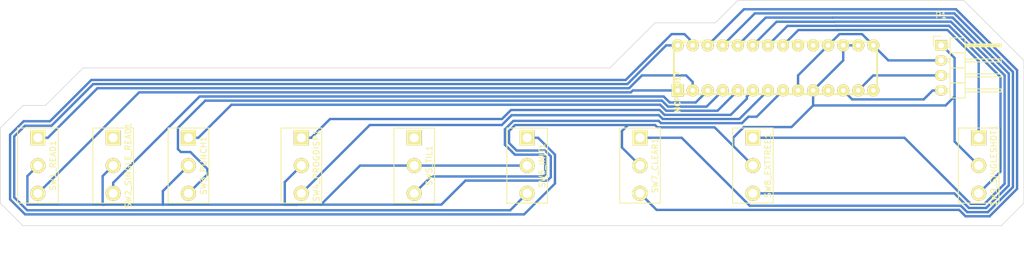
<source format=kicad_pcb>
(kicad_pcb (version 4) (host pcbnew 4.0.2-stable)

  (general
    (links 33)
    (no_connects 0)
    (area 50.749999 35.509999 223.570001 83.980001)
    (thickness 1.6)
    (drawings 16)
    (tracks 224)
    (zones 0)
    (modules 11)
    (nets 21)
  )

  (page A4)
  (layers
    (0 F.Cu signal)
    (31 B.Cu signal)
    (32 B.Adhes user)
    (33 F.Adhes user)
    (34 B.Paste user)
    (35 F.Paste user)
    (36 B.SilkS user)
    (37 F.SilkS user)
    (38 B.Mask user)
    (39 F.Mask user)
    (40 Dwgs.User user)
    (41 Cmts.User user)
    (42 Eco1.User user)
    (43 Eco2.User user)
    (44 Edge.Cuts user)
    (45 Margin user)
    (46 B.CrtYd user)
    (47 F.CrtYd user)
    (48 B.Fab user)
    (49 F.Fab user)
  )

  (setup
    (last_trace_width 0.4)
    (trace_clearance 0.3)
    (zone_clearance 0.508)
    (zone_45_only no)
    (trace_min 0.2)
    (segment_width 0.2)
    (edge_width 0.1)
    (via_size 1.6)
    (via_drill 1)
    (via_min_size 0.4)
    (via_min_drill 0.3)
    (uvia_size 0.3)
    (uvia_drill 0.1)
    (uvias_allowed no)
    (uvia_min_size 0.2)
    (uvia_min_drill 0.1)
    (pcb_text_width 0.3)
    (pcb_text_size 1.5 1.5)
    (mod_edge_width 0.15)
    (mod_text_size 1 1)
    (mod_text_width 0.15)
    (pad_size 1.5 1.5)
    (pad_drill 0.6)
    (pad_to_mask_clearance 0)
    (aux_axis_origin 0 0)
    (visible_elements FFFFFF7F)
    (pcbplotparams
      (layerselection 0x01000_80000001)
      (usegerberextensions false)
      (excludeedgelayer true)
      (linewidth 0.100000)
      (plotframeref false)
      (viasonmask false)
      (mode 1)
      (useauxorigin false)
      (hpglpennumber 1)
      (hpglpenspeed 20)
      (hpglpendiameter 15)
      (hpglpenoverlay 2)
      (psnegative false)
      (psa4output false)
      (plotreference true)
      (plotvalue true)
      (plotinvisibletext false)
      (padsonsilk false)
      (subtractmaskfromsilk false)
      (outputformat 1)
      (mirror false)
      (drillshape 0)
      (scaleselection 1)
      (outputdirectory ../plans/v1_board_assembly/))
  )

  (net 0 "")
  (net 1 GND)
  (net 2 VDD)
  (net 3 /SDA)
  (net 4 /SCK)
  (net 5 /READ_A)
  (net 6 /READ_B)
  (net 7 /SREAD_DOWN)
  (net 8 /PUNCH_A)
  (net 9 /PUNCH_B)
  (net 10 /PROGDISP_A)
  (net 11 /PROGDISP_B)
  (net 12 /TIL_DOWN)
  (net 13 /INIT_A)
  (net 14 /INIT_B)
  (net 15 /CLEAR_B)
  (net 16 /CLEAR_A)
  (net 17 /EXTREE_A)
  (net 18 /EXTREE_B)
  (net 19 /SINGLE_A)
  (net 20 /SINGLE_B)

  (net_class Default "This is the default net class."
    (clearance 0.3)
    (trace_width 0.4)
    (via_dia 1.6)
    (via_drill 1)
    (uvia_dia 0.3)
    (uvia_drill 0.1)
    (add_net /CLEAR_A)
    (add_net /CLEAR_B)
    (add_net /EXTREE_A)
    (add_net /EXTREE_B)
    (add_net /INIT_A)
    (add_net /INIT_B)
    (add_net /PROGDISP_A)
    (add_net /PROGDISP_B)
    (add_net /PUNCH_A)
    (add_net /PUNCH_B)
    (add_net /READ_A)
    (add_net /READ_B)
    (add_net /SCK)
    (add_net /SDA)
    (add_net /SINGLE_A)
    (add_net /SINGLE_B)
    (add_net /SREAD_DOWN)
    (add_net /TIL_DOWN)
    (add_net GND)
    (add_net VDD)
  )

  (module Pin_Headers:Pin_Header_Angled_1x04 (layer F.Cu) (tedit 0) (tstamp 57AB3D66)
    (at 209.55 43.18)
    (descr "Through hole pin header")
    (tags "pin header")
    (path /57ABB291)
    (fp_text reference P1 (at 0 -5.1) (layer F.SilkS)
      (effects (font (size 1 1) (thickness 0.15)))
    )
    (fp_text value CONN_01X04 (at 0 -3.1) (layer F.Fab)
      (effects (font (size 1 1) (thickness 0.15)))
    )
    (fp_line (start -1.5 -1.75) (end -1.5 9.4) (layer F.CrtYd) (width 0.05))
    (fp_line (start 10.65 -1.75) (end 10.65 9.4) (layer F.CrtYd) (width 0.05))
    (fp_line (start -1.5 -1.75) (end 10.65 -1.75) (layer F.CrtYd) (width 0.05))
    (fp_line (start -1.5 9.4) (end 10.65 9.4) (layer F.CrtYd) (width 0.05))
    (fp_line (start -1.3 -1.55) (end -1.3 0) (layer F.SilkS) (width 0.15))
    (fp_line (start 0 -1.55) (end -1.3 -1.55) (layer F.SilkS) (width 0.15))
    (fp_line (start 4.191 -0.127) (end 10.033 -0.127) (layer F.SilkS) (width 0.15))
    (fp_line (start 10.033 -0.127) (end 10.033 0.127) (layer F.SilkS) (width 0.15))
    (fp_line (start 10.033 0.127) (end 4.191 0.127) (layer F.SilkS) (width 0.15))
    (fp_line (start 4.191 0.127) (end 4.191 0) (layer F.SilkS) (width 0.15))
    (fp_line (start 4.191 0) (end 10.033 0) (layer F.SilkS) (width 0.15))
    (fp_line (start 1.524 -0.254) (end 1.143 -0.254) (layer F.SilkS) (width 0.15))
    (fp_line (start 1.524 0.254) (end 1.143 0.254) (layer F.SilkS) (width 0.15))
    (fp_line (start 1.524 2.286) (end 1.143 2.286) (layer F.SilkS) (width 0.15))
    (fp_line (start 1.524 2.794) (end 1.143 2.794) (layer F.SilkS) (width 0.15))
    (fp_line (start 1.524 4.826) (end 1.143 4.826) (layer F.SilkS) (width 0.15))
    (fp_line (start 1.524 5.334) (end 1.143 5.334) (layer F.SilkS) (width 0.15))
    (fp_line (start 1.524 7.874) (end 1.143 7.874) (layer F.SilkS) (width 0.15))
    (fp_line (start 1.524 7.366) (end 1.143 7.366) (layer F.SilkS) (width 0.15))
    (fp_line (start 1.524 -1.27) (end 4.064 -1.27) (layer F.SilkS) (width 0.15))
    (fp_line (start 1.524 1.27) (end 4.064 1.27) (layer F.SilkS) (width 0.15))
    (fp_line (start 1.524 1.27) (end 1.524 3.81) (layer F.SilkS) (width 0.15))
    (fp_line (start 1.524 3.81) (end 4.064 3.81) (layer F.SilkS) (width 0.15))
    (fp_line (start 4.064 2.286) (end 10.16 2.286) (layer F.SilkS) (width 0.15))
    (fp_line (start 10.16 2.286) (end 10.16 2.794) (layer F.SilkS) (width 0.15))
    (fp_line (start 10.16 2.794) (end 4.064 2.794) (layer F.SilkS) (width 0.15))
    (fp_line (start 4.064 3.81) (end 4.064 1.27) (layer F.SilkS) (width 0.15))
    (fp_line (start 4.064 1.27) (end 4.064 -1.27) (layer F.SilkS) (width 0.15))
    (fp_line (start 10.16 0.254) (end 4.064 0.254) (layer F.SilkS) (width 0.15))
    (fp_line (start 10.16 -0.254) (end 10.16 0.254) (layer F.SilkS) (width 0.15))
    (fp_line (start 4.064 -0.254) (end 10.16 -0.254) (layer F.SilkS) (width 0.15))
    (fp_line (start 1.524 1.27) (end 4.064 1.27) (layer F.SilkS) (width 0.15))
    (fp_line (start 1.524 -1.27) (end 1.524 1.27) (layer F.SilkS) (width 0.15))
    (fp_line (start 1.524 6.35) (end 4.064 6.35) (layer F.SilkS) (width 0.15))
    (fp_line (start 1.524 6.35) (end 1.524 8.89) (layer F.SilkS) (width 0.15))
    (fp_line (start 1.524 8.89) (end 4.064 8.89) (layer F.SilkS) (width 0.15))
    (fp_line (start 4.064 7.366) (end 10.16 7.366) (layer F.SilkS) (width 0.15))
    (fp_line (start 10.16 7.366) (end 10.16 7.874) (layer F.SilkS) (width 0.15))
    (fp_line (start 10.16 7.874) (end 4.064 7.874) (layer F.SilkS) (width 0.15))
    (fp_line (start 4.064 8.89) (end 4.064 6.35) (layer F.SilkS) (width 0.15))
    (fp_line (start 4.064 6.35) (end 4.064 3.81) (layer F.SilkS) (width 0.15))
    (fp_line (start 10.16 5.334) (end 4.064 5.334) (layer F.SilkS) (width 0.15))
    (fp_line (start 10.16 4.826) (end 10.16 5.334) (layer F.SilkS) (width 0.15))
    (fp_line (start 4.064 4.826) (end 10.16 4.826) (layer F.SilkS) (width 0.15))
    (fp_line (start 1.524 6.35) (end 4.064 6.35) (layer F.SilkS) (width 0.15))
    (fp_line (start 1.524 3.81) (end 1.524 6.35) (layer F.SilkS) (width 0.15))
    (fp_line (start 1.524 3.81) (end 4.064 3.81) (layer F.SilkS) (width 0.15))
    (pad 1 thru_hole rect (at 0 0) (size 2.032 1.7272) (drill 1.016) (layers *.Cu *.Mask F.SilkS)
      (net 1 GND))
    (pad 2 thru_hole oval (at 0 2.54) (size 2.032 1.7272) (drill 1.016) (layers *.Cu *.Mask F.SilkS)
      (net 2 VDD))
    (pad 3 thru_hole oval (at 0 5.08) (size 2.032 1.7272) (drill 1.016) (layers *.Cu *.Mask F.SilkS)
      (net 3 /SDA))
    (pad 4 thru_hole oval (at 0 7.62) (size 2.032 1.7272) (drill 1.016) (layers *.Cu *.Mask F.SilkS)
      (net 4 /SCK))
    (model Pin_Headers.3dshapes/Pin_Header_Angled_1x04.wrl
      (at (xyz 0 -0.15 0))
      (scale (xyz 1 1 1))
      (rotate (xyz 0 0 90))
    )
  )

  (module myparts:SW_SPDT-custom (layer F.Cu) (tedit 57A880BF) (tstamp 57AB3D76)
    (at 57.15 63.5 270)
    (tags "Switch SPDT")
    (path /57ABB2AE)
    (fp_text reference SW1_READ1 (at 0 -2.54 270) (layer F.SilkS)
      (effects (font (size 1 1) (thickness 0.15)))
    )
    (fp_text value SWITCH_INV (at 0.025 2.45 270) (layer F.Fab)
      (effects (font (size 1 1) (thickness 0.15)))
    )
    (fp_line (start 7 1.5) (end 5 1.5) (layer B.Fab) (width 0.15))
    (fp_line (start 7 -1.5) (end 7 1.5) (layer B.Fab) (width 0.15))
    (fp_line (start 5 -1.5) (end 7 -1.5) (layer B.Fab) (width 0.15))
    (fp_line (start 5 1.5) (end 5 -1.5) (layer B.Fab) (width 0.15))
    (fp_circle (center 0 0) (end 3.175 0) (layer B.Fab) (width 0.15))
    (fp_line (start -6.35 3.429) (end -6.35 -3.429) (layer F.SilkS) (width 0.15))
    (fp_line (start -6.35 -3.429) (end 6.35 -3.429) (layer F.SilkS) (width 0.15))
    (fp_line (start 6.35 -3.429) (end 6.35 3.429) (layer F.SilkS) (width 0.15))
    (fp_line (start 6.35 3.429) (end -6.35 3.429) (layer F.SilkS) (width 0.15))
    (pad 1 thru_hole rect (at -4.699 0 270) (size 2.54 2.54) (drill 1.524) (layers *.Cu *.Mask F.SilkS)
      (net 5 /READ_A))
    (pad 2 thru_hole circle (at 0 0 270) (size 2.54 2.54) (drill 1.524) (layers *.Cu *.Mask F.SilkS)
      (net 1 GND))
    (pad 3 thru_hole circle (at 4.699 0 270) (size 2.54 2.54) (drill 1.524) (layers *.Cu *.Mask F.SilkS)
      (net 6 /READ_B))
  )

  (module myparts:SW_SPDT-custom (layer F.Cu) (tedit 57A880BF) (tstamp 57AB3D86)
    (at 69.85 63.5 270)
    (tags "Switch SPDT")
    (path /57ABB2B5)
    (fp_text reference SW2_SINGLE_READ1 (at 0 -2.54 270) (layer F.SilkS)
      (effects (font (size 1 1) (thickness 0.15)))
    )
    (fp_text value SWITCH_INV (at 0.025 2.45 270) (layer F.Fab)
      (effects (font (size 1 1) (thickness 0.15)))
    )
    (fp_line (start 7 1.5) (end 5 1.5) (layer B.Fab) (width 0.15))
    (fp_line (start 7 -1.5) (end 7 1.5) (layer B.Fab) (width 0.15))
    (fp_line (start 5 -1.5) (end 7 -1.5) (layer B.Fab) (width 0.15))
    (fp_line (start 5 1.5) (end 5 -1.5) (layer B.Fab) (width 0.15))
    (fp_circle (center 0 0) (end 3.175 0) (layer B.Fab) (width 0.15))
    (fp_line (start -6.35 3.429) (end -6.35 -3.429) (layer F.SilkS) (width 0.15))
    (fp_line (start -6.35 -3.429) (end 6.35 -3.429) (layer F.SilkS) (width 0.15))
    (fp_line (start 6.35 -3.429) (end 6.35 3.429) (layer F.SilkS) (width 0.15))
    (fp_line (start 6.35 3.429) (end -6.35 3.429) (layer F.SilkS) (width 0.15))
    (pad 1 thru_hole rect (at -4.699 0 270) (size 2.54 2.54) (drill 1.524) (layers *.Cu *.Mask F.SilkS))
    (pad 2 thru_hole circle (at 0 0 270) (size 2.54 2.54) (drill 1.524) (layers *.Cu *.Mask F.SilkS)
      (net 1 GND))
    (pad 3 thru_hole circle (at 4.699 0 270) (size 2.54 2.54) (drill 1.524) (layers *.Cu *.Mask F.SilkS)
      (net 7 /SREAD_DOWN))
  )

  (module myparts:SW_SPDT-custom (layer F.Cu) (tedit 57A880BF) (tstamp 57AB3D96)
    (at 82.55 63.5 270)
    (tags "Switch SPDT")
    (path /57ABB2BC)
    (fp_text reference SW3_PUNCH1 (at 0 -2.54 270) (layer F.SilkS)
      (effects (font (size 1 1) (thickness 0.15)))
    )
    (fp_text value SWITCH_INV (at 0.025 2.45 270) (layer F.Fab)
      (effects (font (size 1 1) (thickness 0.15)))
    )
    (fp_line (start 7 1.5) (end 5 1.5) (layer B.Fab) (width 0.15))
    (fp_line (start 7 -1.5) (end 7 1.5) (layer B.Fab) (width 0.15))
    (fp_line (start 5 -1.5) (end 7 -1.5) (layer B.Fab) (width 0.15))
    (fp_line (start 5 1.5) (end 5 -1.5) (layer B.Fab) (width 0.15))
    (fp_circle (center 0 0) (end 3.175 0) (layer B.Fab) (width 0.15))
    (fp_line (start -6.35 3.429) (end -6.35 -3.429) (layer F.SilkS) (width 0.15))
    (fp_line (start -6.35 -3.429) (end 6.35 -3.429) (layer F.SilkS) (width 0.15))
    (fp_line (start 6.35 -3.429) (end 6.35 3.429) (layer F.SilkS) (width 0.15))
    (fp_line (start 6.35 3.429) (end -6.35 3.429) (layer F.SilkS) (width 0.15))
    (pad 1 thru_hole rect (at -4.699 0 270) (size 2.54 2.54) (drill 1.524) (layers *.Cu *.Mask F.SilkS)
      (net 8 /PUNCH_A))
    (pad 2 thru_hole circle (at 0 0 270) (size 2.54 2.54) (drill 1.524) (layers *.Cu *.Mask F.SilkS)
      (net 1 GND))
    (pad 3 thru_hole circle (at 4.699 0 270) (size 2.54 2.54) (drill 1.524) (layers *.Cu *.Mask F.SilkS)
      (net 9 /PUNCH_B))
  )

  (module myparts:SW_SPDT-custom (layer F.Cu) (tedit 57A880BF) (tstamp 57AB3DA6)
    (at 101.6 63.5 270)
    (tags "Switch SPDT")
    (path /57ABB255)
    (fp_text reference SW4_PROGDISP1 (at 0 -2.54 270) (layer F.SilkS)
      (effects (font (size 1 1) (thickness 0.15)))
    )
    (fp_text value SWITCH_INV (at 0.025 2.45 270) (layer F.Fab)
      (effects (font (size 1 1) (thickness 0.15)))
    )
    (fp_line (start 7 1.5) (end 5 1.5) (layer B.Fab) (width 0.15))
    (fp_line (start 7 -1.5) (end 7 1.5) (layer B.Fab) (width 0.15))
    (fp_line (start 5 -1.5) (end 7 -1.5) (layer B.Fab) (width 0.15))
    (fp_line (start 5 1.5) (end 5 -1.5) (layer B.Fab) (width 0.15))
    (fp_circle (center 0 0) (end 3.175 0) (layer B.Fab) (width 0.15))
    (fp_line (start -6.35 3.429) (end -6.35 -3.429) (layer F.SilkS) (width 0.15))
    (fp_line (start -6.35 -3.429) (end 6.35 -3.429) (layer F.SilkS) (width 0.15))
    (fp_line (start 6.35 -3.429) (end 6.35 3.429) (layer F.SilkS) (width 0.15))
    (fp_line (start 6.35 3.429) (end -6.35 3.429) (layer F.SilkS) (width 0.15))
    (pad 1 thru_hole rect (at -4.699 0 270) (size 2.54 2.54) (drill 1.524) (layers *.Cu *.Mask F.SilkS)
      (net 11 /PROGDISP_B))
    (pad 2 thru_hole circle (at 0 0 270) (size 2.54 2.54) (drill 1.524) (layers *.Cu *.Mask F.SilkS)
      (net 1 GND))
    (pad 3 thru_hole circle (at 4.699 0 270) (size 2.54 2.54) (drill 1.524) (layers *.Cu *.Mask F.SilkS)
      (net 10 /PROGDISP_A))
  )

  (module myparts:SW_SPDT-custom (layer F.Cu) (tedit 57A880BF) (tstamp 57AB3DB6)
    (at 120.65 63.5 270)
    (tags "Switch SPDT")
    (path /57ABB25C)
    (fp_text reference SW5_TIL1 (at 0 -2.54 270) (layer F.SilkS)
      (effects (font (size 1 1) (thickness 0.15)))
    )
    (fp_text value SWITCH_INV (at 0.025 2.45 270) (layer F.Fab)
      (effects (font (size 1 1) (thickness 0.15)))
    )
    (fp_line (start 7 1.5) (end 5 1.5) (layer B.Fab) (width 0.15))
    (fp_line (start 7 -1.5) (end 7 1.5) (layer B.Fab) (width 0.15))
    (fp_line (start 5 -1.5) (end 7 -1.5) (layer B.Fab) (width 0.15))
    (fp_line (start 5 1.5) (end 5 -1.5) (layer B.Fab) (width 0.15))
    (fp_circle (center 0 0) (end 3.175 0) (layer B.Fab) (width 0.15))
    (fp_line (start -6.35 3.429) (end -6.35 -3.429) (layer F.SilkS) (width 0.15))
    (fp_line (start -6.35 -3.429) (end 6.35 -3.429) (layer F.SilkS) (width 0.15))
    (fp_line (start 6.35 -3.429) (end 6.35 3.429) (layer F.SilkS) (width 0.15))
    (fp_line (start 6.35 3.429) (end -6.35 3.429) (layer F.SilkS) (width 0.15))
    (pad 1 thru_hole rect (at -4.699 0 270) (size 2.54 2.54) (drill 1.524) (layers *.Cu *.Mask F.SilkS))
    (pad 2 thru_hole circle (at 0 0 270) (size 2.54 2.54) (drill 1.524) (layers *.Cu *.Mask F.SilkS)
      (net 1 GND))
    (pad 3 thru_hole circle (at 4.699 0 270) (size 2.54 2.54) (drill 1.524) (layers *.Cu *.Mask F.SilkS)
      (net 12 /TIL_DOWN))
  )

  (module myparts:SW_SPDT-custom (layer F.Cu) (tedit 57A880BF) (tstamp 57AB3DC6)
    (at 139.7 63.5 270)
    (tags "Switch SPDT")
    (path /57ABB263)
    (fp_text reference SW6_INIT1 (at 0 -2.54 450) (layer F.SilkS)
      (effects (font (size 1 1) (thickness 0.15)))
    )
    (fp_text value SWITCH_INV (at 0.025 2.45 270) (layer F.Fab)
      (effects (font (size 1 1) (thickness 0.15)))
    )
    (fp_line (start 7 1.5) (end 5 1.5) (layer B.Fab) (width 0.15))
    (fp_line (start 7 -1.5) (end 7 1.5) (layer B.Fab) (width 0.15))
    (fp_line (start 5 -1.5) (end 7 -1.5) (layer B.Fab) (width 0.15))
    (fp_line (start 5 1.5) (end 5 -1.5) (layer B.Fab) (width 0.15))
    (fp_circle (center 0 0) (end 3.175 0) (layer B.Fab) (width 0.15))
    (fp_line (start -6.35 3.429) (end -6.35 -3.429) (layer F.SilkS) (width 0.15))
    (fp_line (start -6.35 -3.429) (end 6.35 -3.429) (layer F.SilkS) (width 0.15))
    (fp_line (start 6.35 -3.429) (end 6.35 3.429) (layer F.SilkS) (width 0.15))
    (fp_line (start 6.35 3.429) (end -6.35 3.429) (layer F.SilkS) (width 0.15))
    (pad 1 thru_hole rect (at -4.699 0 270) (size 2.54 2.54) (drill 1.524) (layers *.Cu *.Mask F.SilkS)
      (net 13 /INIT_A))
    (pad 2 thru_hole circle (at 0 0 270) (size 2.54 2.54) (drill 1.524) (layers *.Cu *.Mask F.SilkS)
      (net 1 GND))
    (pad 3 thru_hole circle (at 4.699 0 270) (size 2.54 2.54) (drill 1.524) (layers *.Cu *.Mask F.SilkS)
      (net 14 /INIT_B))
  )

  (module myparts:SW_SPDT-custom (layer F.Cu) (tedit 57A880BF) (tstamp 57AB3DD6)
    (at 158.75 63.5 270)
    (tags "Switch SPDT")
    (path /57ABB323)
    (fp_text reference SW7_CLEAR1 (at 0 -2.54 270) (layer F.SilkS)
      (effects (font (size 1 1) (thickness 0.15)))
    )
    (fp_text value SWITCH_INV (at 0.025 2.45 270) (layer F.Fab)
      (effects (font (size 1 1) (thickness 0.15)))
    )
    (fp_line (start 7 1.5) (end 5 1.5) (layer B.Fab) (width 0.15))
    (fp_line (start 7 -1.5) (end 7 1.5) (layer B.Fab) (width 0.15))
    (fp_line (start 5 -1.5) (end 7 -1.5) (layer B.Fab) (width 0.15))
    (fp_line (start 5 1.5) (end 5 -1.5) (layer B.Fab) (width 0.15))
    (fp_circle (center 0 0) (end 3.175 0) (layer B.Fab) (width 0.15))
    (fp_line (start -6.35 3.429) (end -6.35 -3.429) (layer F.SilkS) (width 0.15))
    (fp_line (start -6.35 -3.429) (end 6.35 -3.429) (layer F.SilkS) (width 0.15))
    (fp_line (start 6.35 -3.429) (end 6.35 3.429) (layer F.SilkS) (width 0.15))
    (fp_line (start 6.35 3.429) (end -6.35 3.429) (layer F.SilkS) (width 0.15))
    (pad 1 thru_hole rect (at -4.699 0 270) (size 2.54 2.54) (drill 1.524) (layers *.Cu *.Mask F.SilkS)
      (net 15 /CLEAR_B))
    (pad 2 thru_hole circle (at 0 0 270) (size 2.54 2.54) (drill 1.524) (layers *.Cu *.Mask F.SilkS)
      (net 1 GND))
    (pad 3 thru_hole circle (at 4.699 0 270) (size 2.54 2.54) (drill 1.524) (layers *.Cu *.Mask F.SilkS)
      (net 16 /CLEAR_A))
  )

  (module myparts:SW_SPDT-custom (layer F.Cu) (tedit 57A880BF) (tstamp 57AB3DE6)
    (at 177.8 63.5 270)
    (tags "Switch SPDT")
    (path /57ABB353)
    (fp_text reference SW8_EXTTREE1 (at 0 -2.54 270) (layer F.SilkS)
      (effects (font (size 1 1) (thickness 0.15)))
    )
    (fp_text value SWITCH_INV (at 0.025 2.45 270) (layer F.Fab)
      (effects (font (size 1 1) (thickness 0.15)))
    )
    (fp_line (start 7 1.5) (end 5 1.5) (layer B.Fab) (width 0.15))
    (fp_line (start 7 -1.5) (end 7 1.5) (layer B.Fab) (width 0.15))
    (fp_line (start 5 -1.5) (end 7 -1.5) (layer B.Fab) (width 0.15))
    (fp_line (start 5 1.5) (end 5 -1.5) (layer B.Fab) (width 0.15))
    (fp_circle (center 0 0) (end 3.175 0) (layer B.Fab) (width 0.15))
    (fp_line (start -6.35 3.429) (end -6.35 -3.429) (layer F.SilkS) (width 0.15))
    (fp_line (start -6.35 -3.429) (end 6.35 -3.429) (layer F.SilkS) (width 0.15))
    (fp_line (start 6.35 -3.429) (end 6.35 3.429) (layer F.SilkS) (width 0.15))
    (fp_line (start 6.35 3.429) (end -6.35 3.429) (layer F.SilkS) (width 0.15))
    (pad 1 thru_hole rect (at -4.699 0 270) (size 2.54 2.54) (drill 1.524) (layers *.Cu *.Mask F.SilkS)
      (net 17 /EXTREE_A))
    (pad 2 thru_hole circle (at 0 0 270) (size 2.54 2.54) (drill 1.524) (layers *.Cu *.Mask F.SilkS)
      (net 1 GND))
    (pad 3 thru_hole circle (at 4.699 0 270) (size 2.54 2.54) (drill 1.524) (layers *.Cu *.Mask F.SilkS)
      (net 18 /EXTREE_B))
  )

  (module myparts:SW_SPDT-custom (layer F.Cu) (tedit 57A880BF) (tstamp 57AB3DF6)
    (at 215.9 63.5 270)
    (tags "Switch SPDT")
    (path /57ABB386)
    (fp_text reference SW9_SINGLESHOT1 (at 0 -2.54 270) (layer F.SilkS)
      (effects (font (size 1 1) (thickness 0.15)))
    )
    (fp_text value SWITCH_INV (at 0.025 2.45 270) (layer F.Fab)
      (effects (font (size 1 1) (thickness 0.15)))
    )
    (fp_line (start 7 1.5) (end 5 1.5) (layer B.Fab) (width 0.15))
    (fp_line (start 7 -1.5) (end 7 1.5) (layer B.Fab) (width 0.15))
    (fp_line (start 5 -1.5) (end 7 -1.5) (layer B.Fab) (width 0.15))
    (fp_line (start 5 1.5) (end 5 -1.5) (layer B.Fab) (width 0.15))
    (fp_circle (center 0 0) (end 3.175 0) (layer B.Fab) (width 0.15))
    (fp_line (start -6.35 3.429) (end -6.35 -3.429) (layer F.SilkS) (width 0.15))
    (fp_line (start -6.35 -3.429) (end 6.35 -3.429) (layer F.SilkS) (width 0.15))
    (fp_line (start 6.35 -3.429) (end 6.35 3.429) (layer F.SilkS) (width 0.15))
    (fp_line (start 6.35 3.429) (end -6.35 3.429) (layer F.SilkS) (width 0.15))
    (pad 1 thru_hole rect (at -4.699 0 270) (size 2.54 2.54) (drill 1.524) (layers *.Cu *.Mask F.SilkS)
      (net 19 /SINGLE_A))
    (pad 2 thru_hole circle (at 0 0 270) (size 2.54 2.54) (drill 1.524) (layers *.Cu *.Mask F.SilkS)
      (net 1 GND))
    (pad 3 thru_hole circle (at 4.699 0 270) (size 2.54 2.54) (drill 1.524) (layers *.Cu *.Mask F.SilkS)
      (net 20 /SINGLE_B))
  )

  (module DIL28:DIL28 (layer F.Cu) (tedit 200000) (tstamp 57AB3E1A)
    (at 165.1 50.8)
    (descr "e.g. MCP23017")
    (path /57ABB2CD)
    (fp_text reference U1 (at 0 -0.254 270) (layer F.SilkS)
      (effects (font (size 0.889 0.889) (thickness 0.3048)))
    )
    (fp_text value MCP23017 (at 0 0.254 270) (layer F.SilkS)
      (effects (font (size 0.889 0.889) (thickness 0.3048)))
    )
    (fp_line (start -0.635 0.635) (end 33.655 0.635) (layer F.SilkS) (width 0.3048))
    (fp_line (start 33.655 0.635) (end 33.655 -8.255) (layer F.SilkS) (width 0.3048))
    (fp_line (start 33.655 -8.255) (end -0.635 -8.255) (layer F.SilkS) (width 0.3048))
    (fp_line (start -0.635 -8.255) (end -0.635 0.635) (layer F.SilkS) (width 0.3048))
    (pad 1 thru_hole rect (at 0 0) (size 2.032 2.032) (drill 0.762) (layers *.Cu *.Mask F.SilkS)
      (net 6 /READ_B))
    (pad 2 thru_hole circle (at 2.54 0) (size 2.032 2.032) (drill 0.762) (layers *.Cu *.Mask F.SilkS)
      (net 5 /READ_A))
    (pad 3 thru_hole circle (at 5.08 0) (size 2.032 2.032) (drill 0.762) (layers *.Cu *.Mask F.SilkS)
      (net 7 /SREAD_DOWN))
    (pad 4 thru_hole circle (at 7.62 0) (size 2.032 2.032) (drill 0.762) (layers *.Cu *.Mask F.SilkS)
      (net 9 /PUNCH_B))
    (pad 5 thru_hole circle (at 10.16 0) (size 2.032 2.032) (drill 0.762) (layers *.Cu *.Mask F.SilkS)
      (net 8 /PUNCH_A))
    (pad 6 thru_hole circle (at 12.7 0) (size 2.032 2.032) (drill 0.762) (layers *.Cu *.Mask F.SilkS)
      (net 11 /PROGDISP_B))
    (pad 7 thru_hole circle (at 15.24 0) (size 2.032 2.032) (drill 0.762) (layers *.Cu *.Mask F.SilkS)
      (net 10 /PROGDISP_A))
    (pad 8 thru_hole circle (at 17.78 0) (size 2.032 2.032) (drill 0.762) (layers *.Cu *.Mask F.SilkS)
      (net 12 /TIL_DOWN))
    (pad 9 thru_hole circle (at 20.32 0) (size 2.032 2.032) (drill 0.762) (layers *.Cu *.Mask F.SilkS)
      (net 2 VDD))
    (pad 10 thru_hole circle (at 22.86 0) (size 2.032 2.032) (drill 0.762) (layers *.Cu *.Mask F.SilkS)
      (net 1 GND))
    (pad 11 thru_hole circle (at 25.4 0) (size 2.032 2.032) (drill 0.762) (layers *.Cu *.Mask F.SilkS))
    (pad 12 thru_hole circle (at 27.94 0) (size 2.032 2.032) (drill 0.762) (layers *.Cu *.Mask F.SilkS)
      (net 4 /SCK))
    (pad 13 thru_hole circle (at 30.48 0) (size 2.032 2.032) (drill 0.762) (layers *.Cu *.Mask F.SilkS)
      (net 3 /SDA))
    (pad 14 thru_hole circle (at 33.02 0) (size 2.032 2.032) (drill 0.762) (layers *.Cu *.Mask F.SilkS))
    (pad 15 thru_hole circle (at 33.02 -7.62 180) (size 2.032 2.032) (drill 0.762) (layers *.Cu *.Mask F.SilkS)
      (net 2 VDD))
    (pad 16 thru_hole circle (at 30.48 -7.62 180) (size 2.032 2.032) (drill 0.762) (layers *.Cu *.Mask F.SilkS)
      (net 1 GND))
    (pad 17 thru_hole circle (at 27.94 -7.62 180) (size 2.032 2.032) (drill 0.762) (layers *.Cu *.Mask F.SilkS)
      (net 1 GND))
    (pad 18 thru_hole circle (at 25.4 -7.62 180) (size 2.032 2.032) (drill 0.762) (layers *.Cu *.Mask F.SilkS)
      (net 2 VDD))
    (pad 19 thru_hole circle (at 22.86 -7.62 180) (size 2.032 2.032) (drill 0.762) (layers *.Cu *.Mask F.SilkS))
    (pad 20 thru_hole circle (at 20.32 -7.62 180) (size 2.032 2.032) (drill 0.762) (layers *.Cu *.Mask F.SilkS))
    (pad 21 thru_hole circle (at 17.78 -7.62 180) (size 2.032 2.032) (drill 0.762) (layers *.Cu *.Mask F.SilkS)
      (net 19 /SINGLE_A))
    (pad 22 thru_hole circle (at 15.24 -7.62 180) (size 2.032 2.032) (drill 0.762) (layers *.Cu *.Mask F.SilkS)
      (net 20 /SINGLE_B))
    (pad 23 thru_hole circle (at 12.7 -7.62 180) (size 2.032 2.032) (drill 0.762) (layers *.Cu *.Mask F.SilkS)
      (net 17 /EXTREE_A))
    (pad 24 thru_hole circle (at 10.16 -7.62 180) (size 2.032 2.032) (drill 0.762) (layers *.Cu *.Mask F.SilkS)
      (net 18 /EXTREE_B))
    (pad 25 thru_hole circle (at 7.62 -7.62 180) (size 2.032 2.032) (drill 0.762) (layers *.Cu *.Mask F.SilkS)
      (net 15 /CLEAR_B))
    (pad 26 thru_hole circle (at 5.08 -7.62 180) (size 2.032 2.032) (drill 0.762) (layers *.Cu *.Mask F.SilkS)
      (net 16 /CLEAR_A))
    (pad 27 thru_hole circle (at 2.54 -7.62 180) (size 2.032 2.032) (drill 0.762) (layers *.Cu *.Mask F.SilkS)
      (net 13 /INIT_A))
    (pad 28 thru_hole circle (at 0 -7.62 180) (size 2.032 2.032) (drill 0.762) (layers *.Cu *.Mask F.SilkS)
      (net 14 /INIT_B))
  )

  (gr_line (start 219.71 73.66) (end 223.52 69.85) (layer Edge.Cuts) (width 0.1))
  (gr_line (start 54.61 73.66) (end 219.71 73.66) (layer Edge.Cuts) (width 0.1))
  (gr_line (start 50.8 69.85) (end 54.61 73.66) (layer Edge.Cuts) (width 0.1))
  (gr_line (start 50.8 57.15) (end 50.8 69.85) (layer Edge.Cuts) (width 0.1))
  (gr_line (start 54.61 53.34) (end 50.8 57.15) (layer Edge.Cuts) (width 0.1))
  (gr_line (start 58.42 53.34) (end 54.61 53.34) (layer Edge.Cuts) (width 0.1))
  (gr_line (start 64.77 46.99) (end 58.42 53.34) (layer Edge.Cuts) (width 0.1))
  (gr_line (start 153.67 46.99) (end 64.77 46.99) (layer Edge.Cuts) (width 0.1))
  (gr_line (start 161.29 39.37) (end 153.67 46.99) (layer Edge.Cuts) (width 0.1))
  (gr_line (start 171.45 39.37) (end 161.29 39.37) (layer Edge.Cuts) (width 0.1))
  (gr_line (start 175.26 35.56) (end 171.45 39.37) (layer Edge.Cuts) (width 0.1))
  (gr_line (start 213.36 35.56) (end 175.26 35.56) (layer Edge.Cuts) (width 0.1))
  (gr_line (start 223.52 45.72) (end 213.36 35.56) (layer Edge.Cuts) (width 0.1))
  (gr_line (start 223.52 69.85) (end 223.52 45.72) (layer Edge.Cuts) (width 0.1))
  (dimension 158.75 (width 0.3) (layer Cmts.User)
    (gr_text "158.750 mm" (at 136.525 82.63) (layer Cmts.User)
      (effects (font (size 1.5 1.5) (thickness 0.3)))
    )
    (feature1 (pts (xy 57.15 76.2) (xy 57.15 83.98)))
    (feature2 (pts (xy 215.9 76.2) (xy 215.9 83.98)))
    (crossbar (pts (xy 215.9 81.28) (xy 57.15 81.28)))
    (arrow1a (pts (xy 57.15 81.28) (xy 58.276504 80.693579)))
    (arrow1b (pts (xy 57.15 81.28) (xy 58.276504 81.866421)))
    (arrow2a (pts (xy 215.9 81.28) (xy 214.773496 80.693579)))
    (arrow2b (pts (xy 215.9 81.28) (xy 214.773496 81.866421)))
  )
  (dimension 38.1 (width 0.3) (layer Cmts.User)
    (gr_text "38.100 mm" (at 196.85 77.55) (layer Cmts.User)
      (effects (font (size 1.5 1.5) (thickness 0.3)))
    )
    (feature1 (pts (xy 177.8 71.12) (xy 177.8 78.9)))
    (feature2 (pts (xy 215.9 71.12) (xy 215.9 78.9)))
    (crossbar (pts (xy 215.9 76.2) (xy 177.8 76.2)))
    (arrow1a (pts (xy 177.8 76.2) (xy 178.926504 75.613579)))
    (arrow1b (pts (xy 177.8 76.2) (xy 178.926504 76.786421)))
    (arrow2a (pts (xy 215.9 76.2) (xy 214.773496 75.613579)))
    (arrow2b (pts (xy 215.9 76.2) (xy 214.773496 76.786421)))
  )

  (segment (start 176.276 56.996965) (end 174.486998 58.785967) (width 0.4) (layer B.Cu) (net 1))
  (segment (start 176.276 56.996965) (end 184.303035 56.996965) (width 0.4) (layer B.Cu) (net 1))
  (segment (start 184.303035 56.996965) (end 187.96 53.34) (width 0.4) (layer B.Cu) (net 1))
  (segment (start 174.486998 58.785967) (end 174.486998 60.186998) (width 0.4) (layer B.Cu) (net 1))
  (segment (start 104.902 70.104) (end 125.222 70.104) (width 0.4) (layer B.Cu) (net 1))
  (segment (start 125.222 70.104) (end 129.286 66.04) (width 0.4) (layer B.Cu) (net 1))
  (segment (start 129.286 66.04) (end 143.129 66.04) (width 0.4) (layer B.Cu) (net 1))
  (segment (start 143.702011 65.466989) (end 143.702011 61.940046) (width 0.4) (layer B.Cu) (net 1))
  (segment (start 143.129 66.04) (end 143.702011 65.466989) (width 0.4) (layer B.Cu) (net 1))
  (segment (start 143.702011 61.940046) (end 142.721965 60.96) (width 0.4) (layer B.Cu) (net 1))
  (segment (start 142.721965 60.96) (end 137.922 60.96) (width 0.4) (layer B.Cu) (net 1))
  (segment (start 137.922 60.96) (end 136.652 59.69) (width 0.4) (layer B.Cu) (net 1))
  (segment (start 136.652 59.69) (end 136.652 57.658) (width 0.4) (layer B.Cu) (net 1))
  (segment (start 136.652 57.658) (end 137.668 56.642) (width 0.4) (layer B.Cu) (net 1))
  (segment (start 137.668 56.642) (end 156.718 56.642) (width 0.4) (layer B.Cu) (net 1))
  (segment (start 100.885398 70.104) (end 78.232 70.104) (width 0.4) (layer B.Cu) (net 1))
  (segment (start 161.29 56.642) (end 156.718 56.642) (width 0.4) (layer B.Cu) (net 1))
  (segment (start 161.680066 57.032066) (end 161.29 56.642) (width 0.4) (layer B.Cu) (net 1))
  (segment (start 174.486998 60.186998) (end 171.332066 57.032066) (width 0.4) (layer B.Cu) (net 1))
  (segment (start 171.332066 57.032066) (end 161.680066 57.032066) (width 0.4) (layer B.Cu) (net 1))
  (segment (start 158.75 63.5) (end 155.702 60.452) (width 0.4) (layer B.Cu) (net 1) (status 10))
  (segment (start 155.702 60.452) (end 155.702 57.658) (width 0.4) (layer B.Cu) (net 1))
  (segment (start 155.702 57.658) (end 156.718 56.642) (width 0.4) (layer B.Cu) (net 1))
  (segment (start 100.885398 70.104) (end 98.806 70.104) (width 0.4) (layer B.Cu) (net 1))
  (segment (start 98.806 70.104) (end 98.806 66.294) (width 0.4) (layer B.Cu) (net 1))
  (segment (start 98.806 66.294) (end 101.6 63.5) (width 0.4) (layer B.Cu) (net 1) (status 20))
  (segment (start 68.326 70.104) (end 55.372 70.104) (width 0.4) (layer B.Cu) (net 1))
  (segment (start 55.372 70.104) (end 55.372 65.278) (width 0.4) (layer B.Cu) (net 1))
  (segment (start 55.372 65.278) (end 57.15 63.5) (width 0.4) (layer B.Cu) (net 1) (status 20))
  (segment (start 68.326 70.104) (end 68.072 70.104) (width 0.4) (layer B.Cu) (net 1))
  (segment (start 78.232 70.104) (end 68.326 70.104) (width 0.4) (layer B.Cu) (net 1))
  (segment (start 68.072 70.104) (end 68.072 65.278) (width 0.4) (layer B.Cu) (net 1))
  (segment (start 68.072 65.278) (end 69.85 63.5) (width 0.4) (layer B.Cu) (net 1) (status 20))
  (segment (start 78.232 70.104) (end 78.232 67.818) (width 0.4) (layer B.Cu) (net 1))
  (segment (start 78.232 67.818) (end 82.55 63.5) (width 0.4) (layer B.Cu) (net 1) (status 20))
  (segment (start 104.902 70.104) (end 100.885398 70.104) (width 0.4) (layer B.Cu) (net 1))
  (segment (start 111.506 63.5) (end 104.902 70.104) (width 0.4) (layer B.Cu) (net 1))
  (segment (start 120.65 63.5) (end 111.506 63.5) (width 0.4) (layer B.Cu) (net 1) (status 10))
  (segment (start 139.7 63.5) (end 120.65 63.5) (width 0.4) (layer B.Cu) (net 1) (status 30))
  (segment (start 174.486998 60.186998) (end 177.8 63.5) (width 0.4) (layer B.Cu) (net 1) (status 20))
  (segment (start 211.836 59.436) (end 211.836 51.816) (width 0.4) (layer B.Cu) (net 1))
  (segment (start 211.836 51.816) (end 211.836 45.3136) (width 0.4) (layer B.Cu) (net 1))
  (segment (start 187.96 53.34) (end 210.312 53.34) (width 0.4) (layer B.Cu) (net 1))
  (segment (start 210.312 53.34) (end 211.836 51.816) (width 0.4) (layer B.Cu) (net 1))
  (segment (start 193.04 43.18) (end 193.04 45.72) (width 0.4) (layer B.Cu) (net 1) (status 10))
  (segment (start 193.04 45.72) (end 187.96 50.8) (width 0.4) (layer B.Cu) (net 1) (status 20))
  (segment (start 195.58 43.18) (end 193.04 43.18) (width 0.4) (layer B.Cu) (net 1) (status 30))
  (segment (start 209.55 43.18) (end 209.3976 43.18) (width 0.4) (layer B.Cu) (net 1) (status 30))
  (segment (start 215.9 63.5) (end 211.836 59.436) (width 0.4) (layer B.Cu) (net 1) (status 10))
  (segment (start 211.836 45.3136) (end 209.7024 43.18) (width 0.4) (layer B.Cu) (net 1) (status 20))
  (segment (start 209.7024 43.18) (end 209.55 43.18) (width 0.4) (layer B.Cu) (net 1) (status 30))
  (segment (start 187.96 50.8) (end 187.96 53.34) (width 0.4) (layer B.Cu) (net 1) (status 10))
  (segment (start 192.405 41.275) (end 196.215 41.275) (width 0.4) (layer B.Cu) (net 2))
  (segment (start 190.5 43.18) (end 192.405 41.275) (width 0.4) (layer B.Cu) (net 2))
  (segment (start 196.215 41.275) (end 197.104001 42.164001) (width 0.4) (layer B.Cu) (net 2))
  (segment (start 197.104001 42.164001) (end 198.12 43.18) (width 0.4) (layer B.Cu) (net 2))
  (segment (start 198.12 43.18) (end 200.66 45.72) (width 0.4) (layer B.Cu) (net 2) (status 10))
  (segment (start 200.66 45.72) (end 209.55 45.72) (width 0.4) (layer B.Cu) (net 2) (status 20))
  (segment (start 185.42 50.8) (end 185.42 48.26) (width 0.4) (layer B.Cu) (net 2) (status 10))
  (segment (start 185.42 48.26) (end 190.5 43.18) (width 0.4) (layer B.Cu) (net 2) (status 20))
  (segment (start 209.55 48.26) (end 198.12 48.26) (width 0.4) (layer B.Cu) (net 3) (status 10))
  (segment (start 198.12 48.26) (end 195.58 50.8) (width 0.4) (layer B.Cu) (net 3) (status 20))
  (segment (start 209.55 50.8) (end 208.134 50.8) (width 0.4) (layer B.Cu) (net 4) (status 10))
  (segment (start 208.134 50.8) (end 206.617999 52.316001) (width 0.4) (layer B.Cu) (net 4))
  (segment (start 206.617999 52.316001) (end 194.556001 52.316001) (width 0.4) (layer B.Cu) (net 4))
  (segment (start 194.556001 52.316001) (end 193.04 50.8) (width 0.4) (layer B.Cu) (net 4) (status 20))
  (segment (start 156.916908 50.422022) (end 67.198978 50.422022) (width 0.4) (layer B.Cu) (net 5))
  (segment (start 166.53684 48.26) (end 159.07893 48.26) (width 0.4) (layer B.Cu) (net 5))
  (segment (start 167.64 49.36316) (end 166.53684 48.26) (width 0.4) (layer B.Cu) (net 5))
  (segment (start 67.198978 50.422022) (end 58.82 58.801) (width 0.4) (layer B.Cu) (net 5))
  (segment (start 159.07893 48.26) (end 156.916908 50.422022) (width 0.4) (layer B.Cu) (net 5))
  (segment (start 167.64 50.8) (end 167.64 49.36316) (width 0.4) (layer B.Cu) (net 5))
  (segment (start 58.82 58.801) (end 57.15 58.801) (width 0.4) (layer B.Cu) (net 5))
  (segment (start 57.15 68.199) (end 74.226967 51.122033) (width 0.4) (layer B.Cu) (net 6))
  (segment (start 74.226967 51.122033) (end 157.206862 51.122033) (width 0.4) (layer B.Cu) (net 6))
  (segment (start 163.684 50.8) (end 165.1 50.8) (width 0.4) (layer B.Cu) (net 6))
  (segment (start 157.528895 50.8) (end 163.684 50.8) (width 0.4) (layer B.Cu) (net 6))
  (segment (start 157.206862 51.122033) (end 157.528895 50.8) (width 0.4) (layer B.Cu) (net 6))
  (segment (start 163.751895 52.832) (end 168.148 52.832) (width 0.4) (layer B.Cu) (net 7))
  (segment (start 162.741939 51.822044) (end 163.751895 52.832) (width 0.4) (layer B.Cu) (net 7))
  (segment (start 69.85 68.199) (end 69.85 66.402949) (width 0.4) (layer B.Cu) (net 7))
  (segment (start 168.148 52.832) (end 169.164001 51.815999) (width 0.4) (layer B.Cu) (net 7))
  (segment (start 169.164001 51.815999) (end 170.18 50.8) (width 0.4) (layer B.Cu) (net 7))
  (segment (start 84.430905 51.822044) (end 162.741939 51.822044) (width 0.4) (layer B.Cu) (net 7))
  (segment (start 69.85 66.402949) (end 84.430905 51.822044) (width 0.4) (layer B.Cu) (net 7))
  (segment (start 174.244001 51.815999) (end 175.26 50.8) (width 0.4) (layer B.Cu) (net 8))
  (segment (start 171.827978 54.232022) (end 174.244001 51.815999) (width 0.4) (layer B.Cu) (net 8))
  (segment (start 163.171987 54.232022) (end 171.827978 54.232022) (width 0.4) (layer B.Cu) (net 8))
  (segment (start 84.22 58.801) (end 89.798934 53.222066) (width 0.4) (layer B.Cu) (net 8))
  (segment (start 162.162031 53.222066) (end 163.171987 54.232022) (width 0.4) (layer B.Cu) (net 8))
  (segment (start 89.798934 53.222066) (end 162.162031 53.222066) (width 0.4) (layer B.Cu) (net 8))
  (segment (start 82.55 58.801) (end 84.22 58.801) (width 0.4) (layer B.Cu) (net 8))
  (segment (start 163.461941 53.532011) (end 162.451985 52.522055) (width 0.4) (layer B.Cu) (net 9))
  (segment (start 172.72 50.8) (end 169.987989 53.532011) (width 0.4) (layer B.Cu) (net 9))
  (segment (start 80.779999 57.130999) (end 80.779999 60.713999) (width 0.4) (layer B.Cu) (net 9))
  (segment (start 83.819999 66.929001) (end 82.55 68.199) (width 0.4) (layer B.Cu) (net 9))
  (segment (start 81.28 61.214) (end 82.883602 61.214) (width 0.4) (layer B.Cu) (net 9))
  (segment (start 85.725 65.024) (end 83.819999 66.929001) (width 0.4) (layer B.Cu) (net 9))
  (segment (start 85.725 64.055398) (end 85.725 65.024) (width 0.4) (layer B.Cu) (net 9))
  (segment (start 85.388943 52.522055) (end 80.779999 57.130999) (width 0.4) (layer B.Cu) (net 9))
  (segment (start 82.883602 61.214) (end 85.725 64.055398) (width 0.4) (layer B.Cu) (net 9))
  (segment (start 80.779999 60.713999) (end 81.28 61.214) (width 0.4) (layer B.Cu) (net 9))
  (segment (start 162.451985 52.522055) (end 85.388943 52.522055) (width 0.4) (layer B.Cu) (net 9))
  (segment (start 169.987989 53.532011) (end 163.461941 53.532011) (width 0.4) (layer B.Cu) (net 9))
  (segment (start 180.34 50.8) (end 175.507956 55.632044) (width 0.4) (layer B.Cu) (net 10))
  (segment (start 175.507956 55.632044) (end 162.592079 55.632044) (width 0.4) (layer B.Cu) (net 10))
  (segment (start 162.592079 55.632044) (end 161.948014 54.987979) (width 0.4) (layer B.Cu) (net 10))
  (segment (start 161.948014 54.987979) (end 137.088091 54.987979) (width 0.4) (layer B.Cu) (net 10))
  (segment (start 137.088091 54.987979) (end 135.43407 56.642) (width 0.4) (layer B.Cu) (net 10))
  (segment (start 135.43407 56.642) (end 113.157 56.642) (width 0.4) (layer B.Cu) (net 10))
  (segment (start 113.157 56.642) (end 102.869999 66.929001) (width 0.4) (layer B.Cu) (net 10))
  (segment (start 102.869999 66.929001) (end 101.6 68.199) (width 0.4) (layer B.Cu) (net 10))
  (segment (start 101.6 58.801) (end 103.27 58.801) (width 0.4) (layer B.Cu) (net 11))
  (segment (start 103.27 58.801) (end 106.445 55.626) (width 0.4) (layer B.Cu) (net 11))
  (segment (start 106.445 55.626) (end 135.460106 55.626) (width 0.4) (layer B.Cu) (net 11))
  (segment (start 162.052 54.102) (end 162.882033 54.932033) (width 0.4) (layer B.Cu) (net 11))
  (segment (start 135.460106 55.626) (end 136.984106 54.102) (width 0.4) (layer B.Cu) (net 11))
  (segment (start 136.984106 54.102) (end 162.052 54.102) (width 0.4) (layer B.Cu) (net 11))
  (segment (start 162.882033 54.932033) (end 174.048967 54.932033) (width 0.4) (layer B.Cu) (net 11))
  (segment (start 174.048967 54.932033) (end 176.784001 52.196999) (width 0.4) (layer B.Cu) (net 11))
  (segment (start 176.784001 52.196999) (end 176.784001 51.815999) (width 0.4) (layer B.Cu) (net 11))
  (segment (start 176.784001 51.815999) (end 177.8 50.8) (width 0.4) (layer B.Cu) (net 11))
  (segment (start 120.65 68.199) (end 123.509011 65.339989) (width 0.4) (layer B.Cu) (net 12))
  (segment (start 135.951989 57.368046) (end 137.378046 55.941989) (width 0.4) (layer B.Cu) (net 12))
  (segment (start 123.509011 65.339989) (end 142.432011 65.339989) (width 0.4) (layer B.Cu) (net 12))
  (segment (start 142.432011 65.339989) (end 142.748 65.024) (width 0.4) (layer B.Cu) (net 12))
  (segment (start 142.748 61.976) (end 142.432011 61.660011) (width 0.4) (layer B.Cu) (net 12))
  (segment (start 142.432011 61.660011) (end 137.632046 61.660011) (width 0.4) (layer B.Cu) (net 12))
  (segment (start 135.951989 59.979954) (end 135.951989 57.368046) (width 0.4) (layer B.Cu) (net 12))
  (segment (start 142.748 65.024) (end 142.748 61.976) (width 0.4) (layer B.Cu) (net 12))
  (segment (start 137.632046 61.660011) (end 135.951989 59.979954) (width 0.4) (layer B.Cu) (net 12))
  (segment (start 137.378046 55.941989) (end 161.912059 55.941989) (width 0.4) (layer B.Cu) (net 12))
  (segment (start 177.038 55.245) (end 178.435 55.245) (width 0.4) (layer B.Cu) (net 12))
  (segment (start 161.912059 55.941989) (end 162.302125 56.332055) (width 0.4) (layer B.Cu) (net 12))
  (segment (start 162.302125 56.332055) (end 175.950945 56.332055) (width 0.4) (layer B.Cu) (net 12))
  (segment (start 175.950945 56.332055) (end 177.038 55.245) (width 0.4) (layer B.Cu) (net 12))
  (segment (start 178.435 55.245) (end 181.864001 51.815999) (width 0.4) (layer B.Cu) (net 12))
  (segment (start 181.864001 51.815999) (end 182.88 50.8) (width 0.4) (layer B.Cu) (net 12))
  (segment (start 139.184001 71.755) (end 144.402022 66.536979) (width 0.4) (layer B.Cu) (net 13))
  (segment (start 167.132 42.164) (end 166.243 41.275) (width 0.4) (layer B.Cu) (net 13))
  (segment (start 54.737 56.007) (end 52.451 58.293) (width 0.4) (layer B.Cu) (net 13))
  (segment (start 156.337 49.022) (end 66.167 49.022) (width 0.4) (layer B.Cu) (net 13))
  (segment (start 52.451 58.293) (end 52.451 69.215) (width 0.4) (layer B.Cu) (net 13))
  (segment (start 54.991 71.755) (end 139.184001 71.755) (width 0.4) (layer B.Cu) (net 13))
  (segment (start 144.402022 66.536979) (end 144.402022 61.650092) (width 0.4) (layer B.Cu) (net 13))
  (segment (start 144.402022 61.650092) (end 141.55293 58.801) (width 0.4) (layer B.Cu) (net 13))
  (segment (start 167.64 43.18) (end 167.132 42.672) (width 0.4) (layer B.Cu) (net 13))
  (segment (start 167.132 42.672) (end 167.132 42.164) (width 0.4) (layer B.Cu) (net 13))
  (segment (start 66.167 49.022) (end 59.182 56.007) (width 0.4) (layer B.Cu) (net 13))
  (segment (start 166.243 41.275) (end 164.084 41.275) (width 0.4) (layer B.Cu) (net 13))
  (segment (start 164.084 41.275) (end 156.337 49.022) (width 0.4) (layer B.Cu) (net 13))
  (segment (start 59.182 56.007) (end 54.737 56.007) (width 0.4) (layer B.Cu) (net 13))
  (segment (start 52.451 69.215) (end 54.991 71.755) (width 0.4) (layer B.Cu) (net 13))
  (segment (start 141.55293 58.801) (end 139.7 58.801) (width 0.4) (layer B.Cu) (net 13))
  (segment (start 53.151011 58.582953) (end 54.964964 56.769) (width 0.4) (layer B.Cu) (net 14))
  (segment (start 54.964964 56.769) (end 59.436 56.769) (width 0.4) (layer B.Cu) (net 14))
  (segment (start 59.436 56.769) (end 66.482989 49.722011) (width 0.4) (layer B.Cu) (net 14))
  (segment (start 163.66316 43.18) (end 165.1 43.18) (width 0.4) (layer B.Cu) (net 14))
  (segment (start 156.626954 49.722011) (end 163.168965 43.18) (width 0.4) (layer B.Cu) (net 14))
  (segment (start 55.333024 71.054989) (end 53.151011 68.872976) (width 0.4) (layer B.Cu) (net 14))
  (segment (start 66.482989 49.722011) (end 156.626954 49.722011) (width 0.4) (layer B.Cu) (net 14))
  (segment (start 163.168965 43.18) (end 163.66316 43.18) (width 0.4) (layer B.Cu) (net 14))
  (segment (start 53.151011 68.872976) (end 53.151011 58.582953) (width 0.4) (layer B.Cu) (net 14))
  (segment (start 139.7 68.199) (end 136.844011 71.054989) (width 0.4) (layer B.Cu) (net 14))
  (segment (start 136.844011 71.054989) (end 55.333024 71.054989) (width 0.4) (layer B.Cu) (net 14))
  (segment (start 160.42 58.801) (end 158.75 58.801) (width 0.4) (layer B.Cu) (net 15))
  (segment (start 212.887953 70.292989) (end 177.274387 70.292989) (width 0.4) (layer B.Cu) (net 15))
  (segment (start 165.782398 58.801) (end 160.42 58.801) (width 0.4) (layer B.Cu) (net 15))
  (segment (start 177.274387 70.292989) (end 165.782398 58.801) (width 0.4) (layer B.Cu) (net 15))
  (segment (start 213.968962 71.374) (end 212.887953 70.292989) (width 0.4) (layer B.Cu) (net 15))
  (segment (start 217.450038 71.374) (end 213.968962 71.374) (width 0.4) (layer B.Cu) (net 15))
  (segment (start 221.676989 67.147049) (end 217.450038 71.374) (width 0.4) (layer B.Cu) (net 15))
  (segment (start 221.676989 47.664129) (end 221.676989 67.147049) (width 0.4) (layer B.Cu) (net 15))
  (segment (start 211.787805 37.774945) (end 221.676989 47.664129) (width 0.4) (layer B.Cu) (net 15))
  (segment (start 172.72 43.18) (end 178.125055 37.774945) (width 0.4) (layer B.Cu) (net 15))
  (segment (start 178.125055 37.774945) (end 211.787805 37.774945) (width 0.4) (layer B.Cu) (net 15))
  (segment (start 217.739992 72.074011) (end 213.679008 72.074011) (width 0.4) (layer B.Cu) (net 16))
  (segment (start 160.019999 69.468999) (end 158.75 68.199) (width 0.4) (layer B.Cu) (net 16))
  (segment (start 213.679008 72.074011) (end 212.598 70.993) (width 0.4) (layer B.Cu) (net 16))
  (segment (start 212.080934 37.074934) (end 222.377 47.371) (width 0.4) (layer B.Cu) (net 16))
  (segment (start 222.377 47.371) (end 222.377 67.437003) (width 0.4) (layer B.Cu) (net 16))
  (segment (start 176.285066 37.074934) (end 212.080934 37.074934) (width 0.4) (layer B.Cu) (net 16))
  (segment (start 161.544 70.993) (end 160.019999 69.468999) (width 0.4) (layer B.Cu) (net 16))
  (segment (start 170.18 43.18) (end 176.285066 37.074934) (width 0.4) (layer B.Cu) (net 16))
  (segment (start 222.377 67.437003) (end 217.739992 72.074011) (width 0.4) (layer B.Cu) (net 16))
  (segment (start 212.598 70.993) (end 161.544 70.993) (width 0.4) (layer B.Cu) (net 16))
  (segment (start 203.375895 58.801) (end 179.47 58.801) (width 0.4) (layer B.Cu) (net 17))
  (segment (start 211.207897 39.174967) (end 220.276967 48.244037) (width 0.4) (layer B.Cu) (net 17))
  (segment (start 191.526072 39.184033) (end 191.535138 39.174967) (width 0.4) (layer B.Cu) (net 17))
  (segment (start 179.47 58.801) (end 177.8 58.801) (width 0.4) (layer B.Cu) (net 17))
  (segment (start 213.467862 68.892967) (end 203.375895 58.801) (width 0.4) (layer B.Cu) (net 17))
  (segment (start 214.54887 69.973978) (end 213.467862 68.892967) (width 0.4) (layer B.Cu) (net 17))
  (segment (start 220.276967 48.244037) (end 220.276967 66.567141) (width 0.4) (layer B.Cu) (net 17))
  (segment (start 220.276967 66.567141) (end 216.87013 69.973978) (width 0.4) (layer B.Cu) (net 17))
  (segment (start 191.535138 39.174967) (end 211.207897 39.174967) (width 0.4) (layer B.Cu) (net 17))
  (segment (start 216.87013 69.973978) (end 214.54887 69.973978) (width 0.4) (layer B.Cu) (net 17))
  (segment (start 181.795967 39.184033) (end 191.526072 39.184033) (width 0.4) (layer B.Cu) (net 17))
  (segment (start 177.8 43.18) (end 181.795967 39.184033) (width 0.4) (layer B.Cu) (net 17))
  (segment (start 176.275999 42.164001) (end 175.26 43.18) (width 0.4) (layer B.Cu) (net 18))
  (segment (start 191.245184 38.474956) (end 191.236118 38.484022) (width 0.4) (layer B.Cu) (net 18))
  (segment (start 179.955978 38.484022) (end 176.275999 42.164001) (width 0.4) (layer B.Cu) (net 18))
  (segment (start 220.976978 47.954083) (end 211.497851 38.474956) (width 0.4) (layer B.Cu) (net 18))
  (segment (start 211.497851 38.474956) (end 191.245184 38.474956) (width 0.4) (layer B.Cu) (net 18))
  (segment (start 211.783928 68.199) (end 214.258916 70.673989) (width 0.4) (layer B.Cu) (net 18))
  (segment (start 220.976978 66.857095) (end 220.976978 47.954083) (width 0.4) (layer B.Cu) (net 18))
  (segment (start 217.160084 70.673989) (end 220.976978 66.857095) (width 0.4) (layer B.Cu) (net 18))
  (segment (start 177.8 68.199) (end 211.783928 68.199) (width 0.4) (layer B.Cu) (net 18))
  (segment (start 214.258916 70.673989) (end 217.160084 70.673989) (width 0.4) (layer B.Cu) (net 18))
  (segment (start 191.236118 38.484022) (end 179.955978 38.484022) (width 0.4) (layer B.Cu) (net 18))
  (segment (start 215.9 58.801) (end 215.9 45.847) (width 0.4) (layer B.Cu) (net 19))
  (segment (start 192.115046 40.574989) (end 192.10598 40.584055) (width 0.4) (layer B.Cu) (net 19))
  (segment (start 210.627989 40.574989) (end 192.115046 40.574989) (width 0.4) (layer B.Cu) (net 19))
  (segment (start 192.10598 40.584055) (end 185.475945 40.584055) (width 0.4) (layer B.Cu) (net 19))
  (segment (start 215.9 45.847) (end 210.627989 40.574989) (width 0.4) (layer B.Cu) (net 19))
  (segment (start 183.895999 42.164001) (end 182.88 43.18) (width 0.4) (layer B.Cu) (net 19))
  (segment (start 185.475945 40.584055) (end 183.895999 42.164001) (width 0.4) (layer B.Cu) (net 19))
  (segment (start 191.825092 39.874978) (end 191.816026 39.884044) (width 0.4) (layer B.Cu) (net 20))
  (segment (start 191.816026 39.884044) (end 183.635956 39.884044) (width 0.4) (layer B.Cu) (net 20))
  (segment (start 219.576956 48.533991) (end 210.917943 39.874978) (width 0.4) (layer B.Cu) (net 20))
  (segment (start 219.576956 64.522044) (end 219.576956 48.533991) (width 0.4) (layer B.Cu) (net 20))
  (segment (start 215.9 68.199) (end 219.576956 64.522044) (width 0.4) (layer B.Cu) (net 20))
  (segment (start 183.635956 39.884044) (end 181.355999 42.164001) (width 0.4) (layer B.Cu) (net 20))
  (segment (start 210.917943 39.874978) (end 191.825092 39.874978) (width 0.4) (layer B.Cu) (net 20))
  (segment (start 181.355999 42.164001) (end 180.34 43.18) (width 0.4) (layer B.Cu) (net 20))

)

</source>
